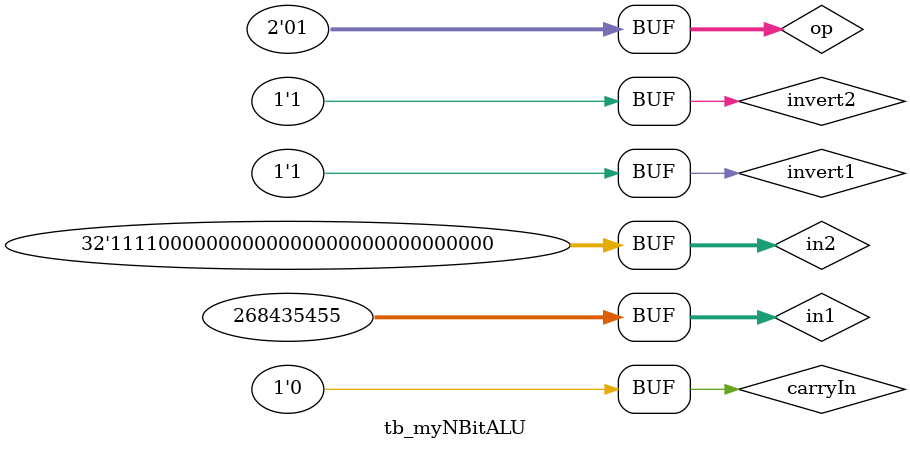
<source format=v>
`timescale 1ns/1ns

module tb_myNBitALU #(parameter WIDTH = 32)();

	reg[WIDTH-1:0] in1, in2;
	reg carryIn, invert1, invert2;
	reg[1:0] op;
	
	wire carryOut;
	wire[WIDTH-1:0] result;
	
	myNBitALU #(.WIDTH(WIDTH)) UUT
	(
		.in1(in1),
		.in2(in2),
		.carryIn(carryIn),
		.invert1(invert1),
		.invert2(invert2),
		.op(op),
		.carryOut(carryOut),
		.result(result)
	);
	
	initial begin
	
	// AND testing
	#5 in1 = 32'h00000000; in2 = 32'h00000001; carryIn = 0; invert1 = 0; invert2 = 0; op = 2'b00;
	#5 in1 = 32'h00000001; in2 = 32'h00000001; carryIn = 0; invert1 = 0; invert2 = 0; op = 2'b00;
	#5 in1 = 32'h0000000F; in2 = 32'h0000000A; carryIn = 0; invert1 = 0; invert2 = 0; op = 2'b00;
	#5 in1 = 32'h7FFFFFFE; in2 = 32'h00000001; carryIn = 0; invert1 = 0; invert2 = 0; op = 2'b00;
	#5 in1 = 32'hFFFFFFFF; in2 = 32'hA0A0A0A0; carryIn = 0; invert1 = 0; invert2 = 0; op = 2'b00;
	
	// OR testing
	#5 in1 = 32'h00000000; in2 = 32'h00000001; carryIn = 0; invert1 = 0; invert2 = 0; op = 2'b01;
	#5 in1 = 32'h00000001; in2 = 32'h00000001; carryIn = 0; invert1 = 0; invert2 = 0; op = 2'b01;
	#5 in1 = 32'h0000000F; in2 = 32'h0000000A; carryIn = 0; invert1 = 0; invert2 = 0; op = 2'b01;
	#5 in1 = 32'h00000000; in2 = 32'hA0B0C0D0; carryIn = 0; invert1 = 0; invert2 = 0; op = 2'b01;
	#5 in1 = 32'h0FFFFFFF; in2 = 32'hF0000000; carryIn = 0; invert1 = 0; invert2 = 0; op = 2'b01;
	
	// Addition testing
	#5 in1 = 32'h00000000; in2 = 32'h00000001; carryIn = 0; invert1 = 0; invert2 = 0; op = 2'b10;
	#5 in1 = 32'h00000001; in2 = 32'h00000001; carryIn = 0; invert1 = 0; invert2 = 0; op = 2'b10;
	#5 in1 = 32'h0000000F; in2 = 32'h0000000A; carryIn = 0; invert1 = 0; invert2 = 0; op = 2'b10;
	#5 in1 = 32'h00000000; in2 = 32'h00000001; carryIn = 1; invert1 = 0; invert2 = 0; op = 2'b10;
	#5 in1 = 32'h7FFFFFFF; in2 = 32'h00000000; carryIn = 1; invert1 = 0; invert2 = 0; op = 2'b10; // overflow test
	#5 in1 = 32'h7FFFFFFF; in2 = 32'h00000001; carryIn = 0; invert1 = 0; invert2 = 0; op = 2'b10; // overflow test
	
	// subtraction testing (in1 - in2)
	#5 in1 = 32'h00000000; in2 = 32'h00000000; carryIn = 1; invert1 = 0; invert2 = 1; op = 2'b10;
	#5 in1 = 32'h0000000A; in2 = 32'h00000002; carryIn = 1; invert1 = 0; invert2 = 1; op = 2'b10;
	#5 in1 = 32'h0000000A; in2 = 32'h00000004; carryIn = 1; invert1 = 0; invert2 = 1; op = 2'b10;
	#5 in1 = 32'h0000FFFA; in2 = 32'h0000000A; carryIn = 1; invert1 = 0; invert2 = 1; op = 2'b10;
	#5 in1 = 32'hFFFFFFFF; in2 = 32'h00000001; carryIn = 1; invert1 = 0; invert2 = 1; op = 2'b10;
	
	// Inverted in1 AND in2 testing (NOR)
	#5 in1 = 32'h00000000; in2 = 32'h00000001; carryIn = 0; invert1 = 1; invert2 = 1; op = 2'b00;
	#5 in1 = 32'h00000001; in2 = 32'h00000001; carryIn = 0; invert1 = 1; invert2 = 1; op = 2'b00;
	#5 in1 = 32'h0000000F; in2 = 32'h0000000A; carryIn = 0; invert1 = 1; invert2 = 1; op = 2'b00;
	#5 in1 = 32'h7FFFFFFE; in2 = 32'h00000001; carryIn = 0; invert1 = 1; invert2 = 1; op = 2'b00;
	#5 in1 = 32'hFFFFFFFF; in2 = 32'hA0A0A0A0; carryIn = 0; invert1 = 1; invert2 = 1; op = 2'b00;
	
	// Inverted in1 OR in2 testing (NAND)
	#5 in1 = 32'h00000000; in2 = 32'h00000001; carryIn = 0; invert1 = 1; invert2 = 1; op = 2'b01;
	#5 in1 = 32'h00000001; in2 = 32'h00000001; carryIn = 0; invert1 = 1; invert2 = 1; op = 2'b01;
	#5 in1 = 32'h0000000F; in2 = 32'h0000000A; carryIn = 0; invert1 = 1; invert2 = 1; op = 2'b01;
	#5 in1 = 32'h00000000; in2 = 32'hA0B0C0D0; carryIn = 0; invert1 = 1; invert2 = 1; op = 2'b01;
	#5 in1 = 32'h0FFFFFFF; in2 = 32'hF0000000; carryIn = 0; invert1 = 1; invert2 = 1; op = 2'b01;	
	
	end

endmodule
</source>
